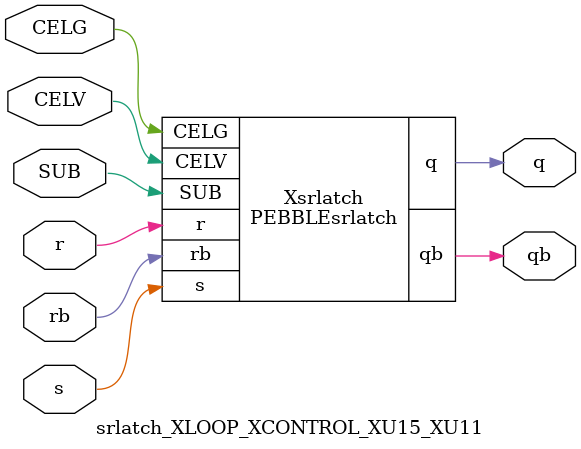
<source format=v>



module PEBBLEsrlatch ( q, qb, CELG, CELV, SUB, r, rb, s );

  input CELV;
  input s;
  output q;
  input rb;
  input r;
  input SUB;
  input CELG;
  output qb;
endmodule

//Celera Confidential Do Not Copy srlatch_XLOOP_XCONTROL_XU15_XU11
//Celera Confidential Symbol Generator
//SR Latch
module srlatch_XLOOP_XCONTROL_XU15_XU11 (CELV,CELG,s,r,rb,q,qb,SUB);
input CELV;
input CELG;
input s;
input r;
input rb;
input SUB;
output q;
output qb;

//Celera Confidential Do Not Copy srlatch
PEBBLEsrlatch Xsrlatch(
.CELV (CELV),
.r (r),
.s (s),
.q (q),
.qb (qb),
.rb (rb),
.SUB (SUB),
.CELG (CELG)
);
//,diesize,PEBBLEsrlatch

//Celera Confidential Do Not Copy Module End
//Celera Schematic Generator
endmodule

</source>
